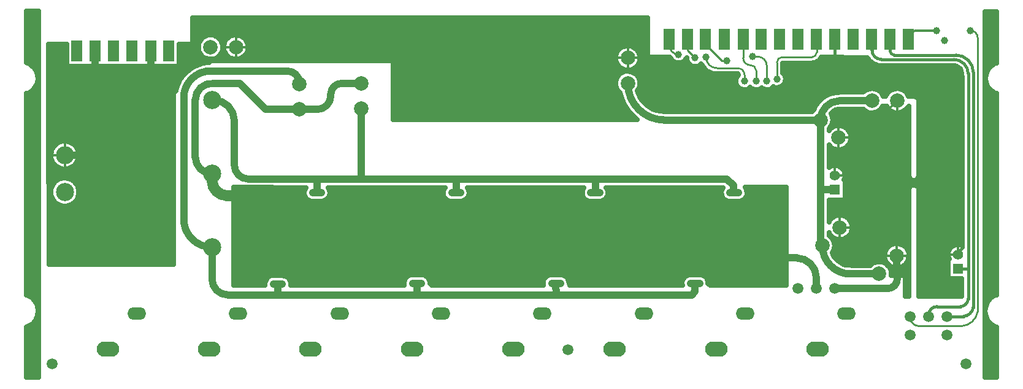
<source format=gbr>
G04 DipTrace 2.4.0.2*
%IN2_Layer_Bottom.gbr*%
%MOIN*%
%ADD10C,0.0098*%
%ADD15C,0.0079*%
%ADD17C,0.0157*%
%ADD18C,0.013*%
%ADD21C,0.0394*%
%ADD23C,0.0591*%
%ADD25C,0.025*%
%ADD28O,0.122X0.0827*%
%ADD29O,0.1024X0.0669*%
%ADD30C,0.0787*%
%ADD34R,0.0551X0.0551*%
%ADD35C,0.0551*%
%ADD39C,0.0591*%
%ADD40R,0.0591X0.1142*%
%ADD54C,0.0984*%
%ADD55C,0.04*%
%FSLAX44Y44*%
G04*
G70*
G90*
G75*
G01*
%LNBottom*%
%LPD*%
X50197Y22283D2*
D15*
Y22622D1*
X50181Y22638D1*
X50197Y22283D2*
D17*
Y22047D1*
G03X50709Y21535I512J0D01*
G01*
X54646D1*
G02X55433Y20748I0J-787D01*
G01*
Y10157D1*
Y8543D1*
G02X55000Y8110I-433J0D01*
G01*
X53740D1*
G03X53287Y7657I0J-453D01*
G01*
Y7579D1*
X54882Y10157D2*
X55433D1*
X42480Y14291D2*
D21*
X42953D1*
X42480D2*
X42677D1*
Y14685D1*
X42323Y15039D1*
X35160D1*
X27620D1*
X22433D1*
X20039D1*
Y14291D1*
X20276D1*
X19803D2*
X20276D1*
X27362D2*
X27620D1*
X27835D1*
X34921D2*
X35160D1*
X35394D1*
X27620D2*
Y15039D1*
X35160Y14291D2*
Y15039D1*
X14331Y19331D2*
X14409D1*
X22433Y18858D2*
Y15039D1*
X14409Y19331D2*
G02X15551Y18189I0J-1142D01*
G01*
Y15787D1*
G03X16299Y15039I748J0D01*
G01*
X20039D1*
X25236Y9370D2*
X25473D1*
X25709D1*
X32795D2*
X33025D1*
X33268D1*
X40354D2*
X40588D1*
X40827D1*
X40588D2*
Y8935D1*
X40394Y8740D1*
X33031D1*
X25473D1*
Y9370D1*
X33025D2*
X33031Y8740D1*
X14331Y11331D2*
Y9606D1*
G03X15197Y8740I866J0D01*
G01*
X17910D1*
X25473D1*
X17677Y9331D2*
X18150D1*
X17677D2*
D18*
X17910D1*
D21*
Y8740D1*
X19134Y20197D2*
X19087D1*
Y20244D1*
G03X18425Y20906I-662J0D01*
G01*
X14291D1*
G03X12795Y19449I-39J-1457D01*
G01*
Y12866D1*
G03X14331Y11331I1535J0D01*
G01*
X18150Y9331D2*
D18*
X17910D1*
X53701Y23110D2*
X52654D1*
G03X52181Y22638I0J-472D01*
G01*
X52287Y7579D2*
D10*
G03X52756Y7047I471J-57D01*
G01*
X55079D1*
G03X55945Y7835I-63J939D01*
G01*
Y22717D1*
G03X55551Y23110I-394J0D01*
G01*
X47181Y22638D2*
X47205Y22614D1*
Y21929D1*
G02X46929Y21654I-276J0D01*
G01*
X45315D1*
G03X45039Y21378I0J-276D01*
G01*
Y20472D1*
X12008Y21654D2*
D18*
Y21992D1*
X11992Y22008D1*
X12008Y21654D2*
Y22205D1*
X9016Y21654D2*
Y21953D1*
X8961Y22008D1*
X51181Y22283D2*
Y22638D1*
Y22283D2*
D17*
Y22008D1*
G03X51417Y21772I236J0D01*
G01*
X54764D1*
G02X55709Y20827I0J-945D01*
G01*
Y8071D1*
G02X55177Y7579I-562J74D01*
G01*
X54287D1*
X43701Y21693D2*
D10*
X43976D1*
G02X44488Y21181I0J-512D01*
G01*
Y20354D1*
X43268D2*
Y20709D1*
G03X42913Y21063I-354J0D01*
G01*
X41772D1*
G02X41181Y21654I0J591D01*
G01*
X49173Y22283D2*
D18*
Y22630D1*
X49181Y22638D1*
X47401Y18246D2*
D21*
Y14449D1*
Y11517D1*
X47502Y11417D1*
X48189Y14449D2*
X47401D1*
Y18246D2*
X38919D1*
G02X36929Y20236I0J1990D01*
G01*
X50197Y19291D2*
X48446D1*
G03X47401Y18246I0J-1045D01*
G01*
X50591Y9882D2*
X49037D1*
G02X47502Y11417I0J1535D01*
G01*
X10000Y21654D2*
D18*
Y21992D1*
X9984Y22008D1*
X7008Y21654D2*
Y21992D1*
X6992Y22008D1*
X43898Y20354D2*
D10*
Y20945D1*
G03X43622Y21220I-276J0D01*
G01*
X43598D1*
G02X43197Y21622I0J402D01*
G01*
Y22638D1*
X42323Y21457D2*
X42047D1*
X41299Y22205D1*
Y22488D1*
X41150Y22638D1*
X40165D2*
Y22039D1*
X40591Y21614D1*
X39181Y22638D2*
Y22315D1*
G03X39685Y21811I504J0D01*
G01*
X16063Y10630D2*
D15*
X17087D1*
X18504Y12047D1*
X18701D1*
X19252D1*
X21024D1*
X23071D1*
X25157D1*
X26260D1*
X26339D1*
X28583D1*
X30669D1*
X32717D1*
X33819D1*
X34370D1*
X36142D1*
X38189D1*
X38228D1*
X40276D1*
X41378D1*
X41457D1*
X43701D1*
X45512D1*
Y10748D1*
X21024Y14488D2*
Y12047D1*
X28583Y14488D2*
Y12047D1*
X36142Y14488D2*
Y12047D1*
X43701Y14488D2*
Y12047D1*
X23071Y10669D2*
D18*
Y12047D1*
X30669Y10669D2*
Y12047D1*
X38228Y10669D2*
Y12047D1*
X15630Y10630D2*
D15*
X16063D1*
X23071Y10669D2*
X23543D1*
X30669D2*
X31142D1*
X38228D2*
X38701D1*
X23110Y12559D2*
D18*
Y12087D1*
X23071Y12047D1*
X30669Y12559D2*
Y12047D1*
X38189Y12559D2*
Y12047D1*
X26339Y9370D2*
Y12047D1*
X26260Y14291D2*
Y12047D1*
X33819Y14291D2*
Y12047D1*
X34370Y9370D2*
Y12047D1*
X41378Y14291D2*
Y12047D1*
X41457Y9370D2*
Y12047D1*
X19252Y9331D2*
Y12047D1*
X18780Y9331D2*
X19252D1*
X17598Y14488D2*
Y12953D1*
X18504Y12047D1*
X25157Y14488D2*
Y12047D1*
X32717Y14488D2*
Y12047D1*
X40276Y14488D2*
Y12047D1*
X18701Y14291D2*
Y13809D1*
Y12047D1*
X14331Y15331D2*
D23*
Y14961D1*
G03X15157Y14134I827J0D01*
G01*
X18376D1*
X18701Y13809D1*
X19087Y18819D2*
D21*
X20039D1*
G03X20787Y19567I0J748D01*
G01*
Y19646D1*
G02X21378Y20236I591J0D01*
G01*
X22433D1*
X19087Y18819D2*
X17244D1*
X15827Y20236D1*
X14409D1*
G03X13425Y19331I-74J-908D01*
G01*
Y16236D1*
G03X14331Y15331I906J0D01*
G01*
X47181Y9094D2*
Y9669D1*
G03X46102Y10748I-1079J0D01*
G01*
X45512D1*
X7992Y21654D2*
D18*
Y21992D1*
X7976Y22008D1*
X7992Y21654D2*
D21*
Y16772D1*
X7559Y16339D1*
X6339D1*
X6331Y16331D1*
X11024Y21654D2*
D18*
Y21992D1*
X11008Y22008D1*
X11024Y21654D2*
D21*
Y20600D1*
Y19016D1*
X8858Y16850D1*
X8071D1*
X7992Y16772D1*
X15630Y22205D2*
D18*
Y22913D1*
X15433Y23110D1*
X13583D1*
X13307Y22835D1*
Y21614D1*
X12362Y20669D1*
X11093D1*
X11024Y20600D1*
X48189Y22283D2*
Y22630D1*
X48181Y22638D1*
X48189Y22283D2*
D17*
Y21614D1*
X48622Y21181D1*
X54606D1*
X55157Y20630D1*
Y11339D1*
X54882Y11063D1*
Y10945D1*
X27618Y19307D2*
D18*
X28602D1*
X29587D1*
X30571D1*
X27618D2*
Y20095D1*
Y20882D1*
Y21669D1*
Y22457D1*
X28602D1*
X29587D1*
X30571D1*
X27618Y21669D2*
X28602D1*
X29587D1*
X30571D1*
X27618Y20882D2*
X28602D1*
X29587D1*
X30571D1*
X27618Y20095D2*
X28602D1*
X29587D1*
X30571D1*
X36929Y21614D2*
X37717D1*
X40394Y18937D1*
X46417D1*
X48189Y20709D1*
Y22283D1*
X51969Y15548D2*
Y14882D1*
X52969D1*
Y15548D1*
X51969D2*
Y14861D1*
Y14173D1*
X51594Y15548D2*
Y14861D1*
Y14173D1*
X51969D1*
X52969Y15548D2*
Y15173D1*
Y14548D1*
Y14173D1*
X51548Y10873D2*
X50741D1*
X49206Y12408D1*
X48459D1*
X48393Y17289D2*
X49282D1*
Y15236D1*
Y14861D1*
Y12408D1*
X48459D1*
X51594Y14861D2*
X49282D1*
X52969Y15548D2*
X53029D1*
X53780Y16299D1*
X48189Y15236D2*
X49282D1*
X51575Y19291D2*
Y15567D1*
X51594Y15548D1*
X48181Y9094D2*
D21*
X51063D1*
G03X51575Y9606I0J512D01*
G01*
X51548Y10873D1*
X48393Y17289D2*
D18*
X49573D1*
X51575Y19291D1*
D21*
X53701Y23110D3*
X55551D3*
X48189Y22992D3*
X49173D3*
X50197D3*
X51181D3*
X48189Y22638D3*
X49173D3*
X50197D3*
X51181D3*
X54134Y22559D3*
X27618Y22457D3*
X28602D3*
X29587D3*
X30571D3*
X7008Y22362D3*
X7992D3*
X9016D3*
X10000D3*
X11024D3*
X12008Y22323D3*
X48189Y22283D3*
X49173D3*
X50197D3*
X51181D3*
X7008Y22008D3*
X7992D3*
X9016D3*
X10000D3*
X11024D3*
X12008Y21969D3*
X39685Y21811D3*
X43701Y21693D3*
X27618Y21669D3*
X28602D3*
X29587D3*
X30571D3*
X7008Y21654D3*
X7992D3*
X9016D3*
X10000D3*
X11024D3*
X12008D3*
X41181D3*
X40591Y21614D3*
X42323Y21457D3*
X27618Y20882D3*
X28602D3*
X29587D3*
X30571D3*
X45039Y20472D3*
X43268Y20354D3*
X43898D3*
X44488D3*
X27618Y20095D3*
X28602D3*
X29587D3*
X30571D3*
X27618Y19307D3*
X28602D3*
X29587D3*
X30571D3*
X53780Y16299D3*
D55*
X51594Y15548D3*
X51969D3*
X52969D3*
Y15173D3*
X51594Y14861D3*
X51969D3*
X52969Y14548D3*
D21*
X17598Y14488D3*
X21024D3*
X25157D3*
X28583D3*
X32717D3*
X36142D3*
X40276D3*
X43701D3*
X18701Y14291D3*
X19173D3*
X19803D3*
X20276D3*
X26260D3*
X26732D3*
X27362D3*
X27835D3*
X33819D3*
X34291D3*
X34921D3*
X35394D3*
X41378D3*
X41850D3*
X42480D3*
X42953D3*
D55*
X51594Y14173D3*
X51969D3*
X52969D3*
D21*
X23110Y12559D3*
X30669D3*
X38189D3*
X45512Y10748D3*
X23071Y10669D3*
X23543D3*
X30669D3*
X31142D3*
X38228D3*
X38701D3*
X15630Y10630D3*
X16063D3*
X25236Y9370D3*
X25709D3*
X26339D3*
X26811D3*
X32795D3*
X33268D3*
X33898D3*
X34370D3*
X40354D3*
X40827D3*
X41457D3*
X41929D3*
X17677Y9331D3*
X18150D3*
X18780D3*
X19252D3*
X56370Y23878D2*
D25*
X56936D1*
X56370Y23630D2*
X56936D1*
X56370Y23381D2*
X56936D1*
X56370Y23132D2*
X56936D1*
X56370Y22884D2*
X56936D1*
X56370Y22635D2*
X56936D1*
X56370Y22386D2*
X56936D1*
X56370Y22137D2*
X56936D1*
X56370Y21889D2*
X56936D1*
X56370Y21640D2*
X56936D1*
X56370Y21391D2*
X56936D1*
X56370Y21143D2*
X56631D1*
X56370Y19899D2*
X56596D1*
X56370Y19651D2*
X56936D1*
X56370Y19402D2*
X56936D1*
X56370Y19153D2*
X56936D1*
X56370Y18905D2*
X56936D1*
X56370Y18656D2*
X56936D1*
X56370Y18407D2*
X56936D1*
X56370Y18158D2*
X56936D1*
X56370Y17910D2*
X56936D1*
X56370Y17661D2*
X56936D1*
X56370Y17412D2*
X56936D1*
X56370Y17164D2*
X56936D1*
X56370Y16915D2*
X56936D1*
X56370Y16666D2*
X56936D1*
X56370Y16418D2*
X56936D1*
X56370Y16169D2*
X56936D1*
X56370Y15920D2*
X56936D1*
X56370Y15672D2*
X56936D1*
X56370Y15423D2*
X56936D1*
X56370Y15174D2*
X56936D1*
X56370Y14926D2*
X56936D1*
X56370Y14677D2*
X56936D1*
X56370Y14428D2*
X56936D1*
X56370Y14179D2*
X56936D1*
X56370Y13931D2*
X56936D1*
X56370Y13682D2*
X56936D1*
X56370Y13433D2*
X56936D1*
X56370Y13185D2*
X56936D1*
X56370Y12936D2*
X56936D1*
X56370Y12687D2*
X56936D1*
X56370Y12439D2*
X56936D1*
X56370Y12190D2*
X56936D1*
X56370Y11941D2*
X56936D1*
X56370Y11693D2*
X56936D1*
X56370Y11444D2*
X56936D1*
X56370Y11195D2*
X56936D1*
X56370Y10947D2*
X56936D1*
X56370Y10698D2*
X56936D1*
X56370Y10449D2*
X56936D1*
X56370Y10200D2*
X56936D1*
X56370Y9952D2*
X56936D1*
X56370Y9703D2*
X56936D1*
X56370Y9454D2*
X56936D1*
X56370Y9206D2*
X56936D1*
X56370Y8957D2*
X56936D1*
X56370Y8708D2*
X56842D1*
X56370Y8460D2*
X56533D1*
X56370Y7216D2*
X56596D1*
X56370Y6968D2*
X56936D1*
X56370Y6719D2*
X56936D1*
X56370Y6470D2*
X56936D1*
X56370Y6221D2*
X56936D1*
X56370Y5973D2*
X56936D1*
X56370Y5724D2*
X56936D1*
X56370Y5475D2*
X56936D1*
X56370Y5227D2*
X56936D1*
X56370Y4978D2*
X56936D1*
X56370Y4729D2*
X56936D1*
X56370Y4481D2*
X56936D1*
X56470Y4279D2*
X56962D1*
Y7001D1*
X56867Y7037D1*
X56703Y7136D1*
X56524Y7322D1*
X56396Y7562D1*
X56351Y7854D1*
X56397Y8169D1*
X56505Y8387D1*
X56649Y8577D1*
X56827Y8691D1*
X56962Y8746D1*
Y19688D1*
X56830Y19733D1*
X56636Y19881D1*
X56522Y20023D1*
X56412Y20253D1*
X56371Y20497D1*
X56413Y20734D1*
X56500Y20970D1*
X56526Y21014D1*
X56671Y21158D1*
X56843Y21297D1*
X56962Y21345D1*
Y24127D1*
X56345D1*
Y4279D1*
X56470D1*
X4284Y23898D2*
X4869D1*
X4284Y23649D2*
X4869D1*
X4284Y23401D2*
X4869D1*
X4284Y23152D2*
X4869D1*
X4284Y22903D2*
X4869D1*
X4284Y22655D2*
X4869D1*
X4284Y22406D2*
X4869D1*
X4284Y22157D2*
X4869D1*
X4284Y21908D2*
X4869D1*
X4284Y21660D2*
X4869D1*
X4284Y21411D2*
X4869D1*
X4594Y21162D2*
X4869D1*
X4782Y20914D2*
X4869D1*
X4649Y19919D2*
X4869D1*
X4284Y19670D2*
X4869D1*
X4284Y19422D2*
X4869D1*
X4284Y19173D2*
X4869D1*
X4284Y18924D2*
X4869D1*
X4284Y18676D2*
X4869D1*
X4284Y18427D2*
X4869D1*
X4284Y18178D2*
X4869D1*
X4284Y17929D2*
X4869D1*
X4284Y17681D2*
X4869D1*
X4284Y17432D2*
X4869D1*
X4284Y17183D2*
X4869D1*
X4284Y16935D2*
X4869D1*
X4284Y16686D2*
X4869D1*
X4284Y16437D2*
X4869D1*
X4284Y16189D2*
X4869D1*
X4284Y15940D2*
X4869D1*
X4284Y15691D2*
X4869D1*
X4284Y15443D2*
X4869D1*
X4284Y15194D2*
X4869D1*
X4284Y14945D2*
X4869D1*
X4284Y14697D2*
X4869D1*
X4284Y14448D2*
X4869D1*
X4284Y14199D2*
X4869D1*
X4284Y13950D2*
X4869D1*
X4284Y13702D2*
X4869D1*
X4284Y13453D2*
X4869D1*
X4284Y13204D2*
X4869D1*
X4284Y12956D2*
X4869D1*
X4284Y12707D2*
X4869D1*
X4284Y12458D2*
X4869D1*
X4284Y12210D2*
X4869D1*
X4284Y11961D2*
X4869D1*
X4284Y11712D2*
X4869D1*
X4284Y11464D2*
X4869D1*
X4284Y11215D2*
X4869D1*
X4284Y10966D2*
X4869D1*
X4284Y10718D2*
X4869D1*
X4284Y10469D2*
X4869D1*
X4284Y10220D2*
X4869D1*
X4284Y9971D2*
X4869D1*
X4284Y9723D2*
X4869D1*
X4284Y9474D2*
X4869D1*
X4284Y9225D2*
X4869D1*
X4284Y8977D2*
X4869D1*
X4329Y8728D2*
X4869D1*
X4676Y8479D2*
X4869D1*
X4673Y7236D2*
X4869D1*
X4284Y6987D2*
X4869D1*
X4284Y6739D2*
X4869D1*
X4284Y6490D2*
X4869D1*
X4284Y6241D2*
X4869D1*
X4284Y5992D2*
X4869D1*
X4284Y5744D2*
X4869D1*
X4284Y5495D2*
X4869D1*
X4284Y5246D2*
X4869D1*
X4284Y4998D2*
X4869D1*
X4284Y4749D2*
X4869D1*
X4284Y4500D2*
X4869D1*
X4384Y4259D2*
X4895D1*
Y24147D1*
X4259D1*
Y21356D1*
X4415Y21288D1*
X4667Y21079D1*
X4803Y20829D1*
X4866Y20513D1*
Y20464D1*
X4799Y20185D1*
X4647Y19945D1*
X4498Y19794D1*
X4347Y19711D1*
X4259Y19686D1*
Y8740D1*
X4358Y8708D1*
X4537Y8592D1*
X4718Y8402D1*
X4828Y8167D1*
X4869Y7863D1*
X4843Y7618D1*
X4750Y7353D1*
X4583Y7164D1*
X4377Y7049D1*
X4259Y7002D1*
Y4259D1*
X4384D1*
X15544Y14351D2*
X19320D1*
X20757D2*
X26878D1*
X28319D2*
X34437D1*
X35878D2*
X41996D1*
X43436D2*
X45519D1*
X15544Y14102D2*
X19359D1*
X20721D2*
X26918D1*
X28280D2*
X34476D1*
X35839D2*
X42035D1*
X43397D2*
X45519D1*
X15544Y13853D2*
X19632D1*
X20448D2*
X27191D1*
X28007D2*
X34750D1*
X35565D2*
X42308D1*
X43124D2*
X45519D1*
X15544Y13605D2*
X45519D1*
X15544Y13356D2*
X45519D1*
X15544Y13107D2*
X45519D1*
X15544Y12859D2*
X45519D1*
X15544Y12610D2*
X45519D1*
X15544Y12361D2*
X45519D1*
X15544Y12113D2*
X45519D1*
X15544Y11864D2*
X45519D1*
X15544Y11615D2*
X45519D1*
X15544Y11366D2*
X45519D1*
X15544Y11118D2*
X45519D1*
X15544Y10869D2*
X45519D1*
X15544Y10620D2*
X45519D1*
X15544Y10372D2*
X45519D1*
X15544Y10123D2*
X45519D1*
X15544Y9874D2*
X45519D1*
X15544Y9626D2*
X17296D1*
X18530D2*
X24828D1*
X26120D2*
X32386D1*
X33678D2*
X39945D1*
X41237D2*
X45519D1*
X15544Y9377D2*
X17191D1*
X18635D2*
X24750D1*
X26194D2*
X32308D1*
X33753D2*
X39867D1*
X41315D2*
X45519D1*
X25361Y9832D2*
X25709D1*
X25832Y9815D1*
X25947Y9766D1*
X26044Y9688D1*
X26117Y9587D1*
X26160Y9470D1*
X26170Y9370D1*
X26269Y9259D1*
X32351D1*
X32334Y9395D1*
X32358Y9517D1*
X32413Y9629D1*
X32496Y9722D1*
X32601Y9789D1*
X32720Y9826D1*
X33025Y9832D1*
X33268D1*
X33391Y9815D1*
X33506Y9766D1*
X33603Y9688D1*
X33676Y9587D1*
X33719Y9470D1*
X33729Y9370D1*
X33769Y9259D1*
X39905D1*
X39893Y9395D1*
X39917Y9517D1*
X39972Y9629D1*
X40055Y9722D1*
X40160Y9789D1*
X40279Y9826D1*
X40588Y9832D1*
X40827D1*
X40950Y9815D1*
X41065Y9766D1*
X41162Y9688D1*
X41235Y9587D1*
X41278Y9470D1*
X41289Y9370D1*
X41394Y9259D1*
X45544D1*
Y14599D1*
X43298D1*
X43334Y14552D1*
X43390Y14440D1*
X43415Y14291D1*
X43398Y14168D1*
X43348Y14053D1*
X43270Y13956D1*
X43169Y13883D1*
X43028Y13836D1*
X42703Y13830D1*
X42480D1*
X42357Y13846D1*
X42242Y13896D1*
X42145Y13974D1*
X42072Y14075D1*
X42029Y14192D1*
X42019Y14316D1*
X42043Y14438D1*
X42112Y14570D1*
X42073Y14578D1*
X35756D1*
X35831Y14440D1*
X35855Y14291D1*
X35839Y14168D1*
X35789Y14053D1*
X35711Y13956D1*
X35610Y13883D1*
X35469Y13836D1*
X35160Y13830D1*
X34921D1*
X34798Y13846D1*
X34683Y13896D1*
X34586Y13974D1*
X34513Y14075D1*
X34470Y14192D1*
X34460Y14316D1*
X34484Y14438D1*
X34556Y14573D1*
X34285Y14578D1*
X28195D1*
X28272Y14440D1*
X28296Y14291D1*
X28280Y14168D1*
X28230Y14053D1*
X28152Y13956D1*
X28051Y13883D1*
X27910Y13836D1*
X27620Y13830D1*
X27362D1*
X27239Y13846D1*
X27124Y13896D1*
X27027Y13974D1*
X26954Y14075D1*
X26911Y14192D1*
X26901Y14316D1*
X26924Y14438D1*
X26997Y14573D1*
X26870Y14578D1*
X20640D1*
X20713Y14440D1*
X20737Y14291D1*
X20721Y14168D1*
X20671Y14053D1*
X20593Y13956D1*
X20492Y13883D1*
X20351Y13836D1*
X20026Y13830D1*
X19803D1*
X19680Y13846D1*
X19565Y13896D1*
X19468Y13974D1*
X19395Y14075D1*
X19352Y14192D1*
X19342Y14316D1*
X19365Y14438D1*
X19438Y14573D1*
X19164Y14578D1*
X16204Y14583D1*
X16077Y14600D1*
X15519Y14599D1*
Y9259D1*
X17218D1*
X17216Y9355D1*
X17239Y9478D1*
X17295Y9589D1*
X17378Y9682D1*
X17483Y9750D1*
X17602Y9786D1*
X17927Y9792D1*
X18150D1*
X18273Y9776D1*
X18388Y9726D1*
X18485Y9648D1*
X18557Y9547D1*
X18601Y9430D1*
X18611Y9331D1*
X18609Y9259D1*
X24788D1*
X24775Y9395D1*
X24798Y9517D1*
X24854Y9629D1*
X24937Y9722D1*
X25042Y9789D1*
X25161Y9826D1*
X25361Y9832D1*
X13299Y23563D2*
X37999D1*
X13299Y23315D2*
X37999D1*
X13299Y23066D2*
X37999D1*
X13299Y22817D2*
X13987D1*
X14518D2*
X15362D1*
X15897D2*
X37999D1*
X13299Y22569D2*
X13679D1*
X14826D2*
X15058D1*
X16205D2*
X37999D1*
X5467Y22320D2*
X6405D1*
X12576D2*
X13577D1*
X16303D2*
X37999D1*
X5467Y22071D2*
X6405D1*
X12576D2*
X13581D1*
X16299D2*
X36429D1*
X37428D2*
X37999D1*
X5467Y21823D2*
X6405D1*
X12576D2*
X13690D1*
X14815D2*
X15069D1*
X16190D2*
X36280D1*
X37580D2*
X37999D1*
X5467Y21574D2*
X6405D1*
X12576D2*
X14038D1*
X14467D2*
X15417D1*
X15842D2*
X36245D1*
X37611D2*
X39265D1*
X47424D2*
X49972D1*
X5467Y21325D2*
X6405D1*
X12576D2*
X13835D1*
X24205D2*
X36311D1*
X37545D2*
X40206D1*
X45377D2*
X50226D1*
X5471Y21076D2*
X13218D1*
X24205D2*
X36522D1*
X37334D2*
X41050D1*
X45377D2*
X54917D1*
X5471Y20828D2*
X12893D1*
X24205D2*
X36616D1*
X37244D2*
X41378D1*
X45377D2*
X55058D1*
X5471Y20579D2*
X12679D1*
X24205D2*
X36343D1*
X37518D2*
X42839D1*
X45514D2*
X55065D1*
X5471Y20330D2*
X12526D1*
X24205D2*
X36253D1*
X37608D2*
X42780D1*
X45502D2*
X55065D1*
X5471Y20082D2*
X12421D1*
X24205D2*
X36265D1*
X37596D2*
X42870D1*
X45311D2*
X55065D1*
X5475Y19833D2*
X12351D1*
X24205D2*
X36382D1*
X37475D2*
X49796D1*
X50596D2*
X51175D1*
X51975D2*
X55065D1*
X5475Y19584D2*
X12214D1*
X24205D2*
X36534D1*
X37565D2*
X47733D1*
X50811D2*
X50960D1*
X52190D2*
X55065D1*
X5475Y19336D2*
X12214D1*
X24205D2*
X36616D1*
X37713D2*
X47382D1*
X52760D2*
X55065D1*
X5475Y19087D2*
X12214D1*
X24205D2*
X36729D1*
X37940D2*
X47175D1*
X52776D2*
X55065D1*
X5475Y18838D2*
X12214D1*
X24205D2*
X36882D1*
X38330D2*
X47038D1*
X50701D2*
X51073D1*
X52076D2*
X52186D1*
X52776D2*
X55065D1*
X5479Y18590D2*
X12214D1*
X24205D2*
X37081D1*
X48002D2*
X52186D1*
X52776D2*
X55065D1*
X5479Y18341D2*
X12214D1*
X24205D2*
X37339D1*
X48076D2*
X52186D1*
X52776D2*
X55065D1*
X5479Y18092D2*
X12214D1*
X48068D2*
X52186D1*
X52776D2*
X55065D1*
X5479Y17844D2*
X12214D1*
X48772D2*
X52186D1*
X52776D2*
X55065D1*
X5483Y17595D2*
X12214D1*
X49002D2*
X52186D1*
X52776D2*
X55065D1*
X5483Y17346D2*
X12214D1*
X49072D2*
X52186D1*
X52776D2*
X55065D1*
X5483Y17097D2*
X12214D1*
X49049D2*
X52186D1*
X52776D2*
X55065D1*
X5483Y16849D2*
X5753D1*
X6908D2*
X12214D1*
X48908D2*
X52186D1*
X52776D2*
X55065D1*
X5483Y16600D2*
X5596D1*
X7065D2*
X12214D1*
X47889D2*
X52186D1*
X52776D2*
X55065D1*
X7111Y16351D2*
X12214D1*
X47889D2*
X52186D1*
X52776D2*
X55065D1*
X5486Y16103D2*
X5583D1*
X7076D2*
X12214D1*
X47889D2*
X52186D1*
X52776D2*
X55065D1*
X5486Y15854D2*
X5718D1*
X6943D2*
X12214D1*
X47889D2*
X52186D1*
X52776D2*
X55065D1*
X5486Y15605D2*
X6089D1*
X6572D2*
X12214D1*
X48608D2*
X52186D1*
X52776D2*
X55065D1*
X5486Y15357D2*
X12214D1*
X48740D2*
X52186D1*
X52776D2*
X55065D1*
X5490Y15108D2*
X12214D1*
X48740D2*
X52218D1*
X52740D2*
X55065D1*
X5490Y14859D2*
X5765D1*
X6897D2*
X12214D1*
X48756D2*
X55065D1*
X5490Y14611D2*
X5605D1*
X7061D2*
X12214D1*
X48756D2*
X52241D1*
X52721D2*
X55065D1*
X7111Y14362D2*
X12214D1*
X48756D2*
X52186D1*
X52776D2*
X55065D1*
X5490Y14113D2*
X5577D1*
X7080D2*
X12214D1*
X48756D2*
X52186D1*
X52776D2*
X55065D1*
X5494Y13865D2*
X5710D1*
X6951D2*
X12214D1*
X47889D2*
X52186D1*
X52776D2*
X55065D1*
X5494Y13616D2*
X6058D1*
X6604D2*
X12214D1*
X47889D2*
X52186D1*
X52776D2*
X55065D1*
X5494Y13367D2*
X12214D1*
X47889D2*
X52186D1*
X52776D2*
X55065D1*
X5494Y13118D2*
X12214D1*
X47889D2*
X52186D1*
X52776D2*
X55065D1*
X5494Y12870D2*
X12214D1*
X48955D2*
X52186D1*
X52776D2*
X55065D1*
X5498Y12621D2*
X12214D1*
X49108D2*
X52186D1*
X52776D2*
X55065D1*
X5498Y12372D2*
X12214D1*
X49143D2*
X52186D1*
X52776D2*
X55065D1*
X5498Y12124D2*
X12214D1*
X49076D2*
X52186D1*
X52776D2*
X55065D1*
X5498Y11875D2*
X12214D1*
X48869D2*
X52186D1*
X52776D2*
X55065D1*
X5498Y11626D2*
X12214D1*
X48151D2*
X52186D1*
X52776D2*
X55065D1*
X5502Y11378D2*
X12214D1*
X48186D2*
X51101D1*
X51994D2*
X52186D1*
X52776D2*
X54534D1*
X5502Y11129D2*
X12214D1*
X48119D2*
X50917D1*
X52776D2*
X54351D1*
X5502Y10880D2*
X12214D1*
X48135D2*
X50866D1*
X52776D2*
X54319D1*
X5502Y10632D2*
X12214D1*
X48334D2*
X50909D1*
X52776D2*
X54315D1*
X48783Y10383D2*
X50140D1*
X52014D2*
X52186D1*
X52776D2*
X54315D1*
X51225Y10134D2*
X52186D1*
X52776D2*
X54315D1*
X51276Y9885D2*
X52186D1*
X52776D2*
X54315D1*
X52041Y9637D2*
X52186D1*
X52776D2*
X54315D1*
X52041Y9388D2*
X52186D1*
X52776D2*
X55065D1*
X52041Y9139D2*
X52186D1*
X52776D2*
X55065D1*
X52041Y8891D2*
X52186D1*
X52776D2*
X55065D1*
X14899Y22080D2*
X14864Y21961D1*
X14807Y21850D1*
X14730Y21751D1*
X14636Y21669D1*
X14528Y21607D1*
X14410Y21565D1*
X14287Y21547D1*
X14162Y21552D1*
X14040Y21581D1*
X13926Y21632D1*
X13824Y21704D1*
X13737Y21794D1*
X13669Y21898D1*
X13622Y22013D1*
X13597Y22136D1*
X13596Y22261D1*
X13618Y22383D1*
X13663Y22500D1*
X13729Y22606D1*
X13814Y22697D1*
X13915Y22771D1*
X14028Y22824D1*
X14149Y22855D1*
X14273Y22863D1*
X14397Y22847D1*
X14516Y22808D1*
X14625Y22748D1*
X14721Y22668D1*
X14799Y22571D1*
X14859Y22461D1*
X14896Y22342D1*
X14911Y22205D1*
X14899Y22080D1*
X16288Y22180D2*
X16272Y22056D1*
X16232Y21938D1*
X16171Y21829D1*
X16090Y21734D1*
X15993Y21655D1*
X15883Y21597D1*
X15764Y21560D1*
X15639Y21546D1*
X15515Y21556D1*
X15395Y21590D1*
X15283Y21645D1*
X15184Y21720D1*
X15100Y21813D1*
X15036Y21920D1*
X14993Y22037D1*
X14973Y22161D1*
X14976Y22285D1*
X15003Y22407D1*
X15053Y22522D1*
X15123Y22625D1*
X15211Y22713D1*
X15315Y22783D1*
X15429Y22832D1*
X15551Y22859D1*
X15676Y22862D1*
X15799Y22841D1*
X15916Y22798D1*
X16023Y22733D1*
X16116Y22649D1*
X16191Y22550D1*
X16246Y22438D1*
X16279Y22317D1*
X16288Y22180D1*
X37576Y20112D2*
X37541Y19992D1*
X37484Y19881D1*
X37448Y19835D1*
X37509Y19649D1*
X37624Y19428D1*
X37740Y19265D1*
X37915Y19087D1*
X38073Y18964D1*
X38291Y18845D1*
X38478Y18773D1*
X38722Y18723D1*
X38935Y18708D1*
X46931D1*
X47042Y18796D1*
X47157Y19025D1*
X47270Y19187D1*
X47403Y19332D1*
X47554Y19459D1*
X47720Y19565D1*
X47898Y19649D1*
X48086Y19709D1*
X48280Y19743D1*
X48571Y19753D1*
X49724D1*
X49860Y19857D1*
X49973Y19911D1*
X50094Y19942D1*
X50218Y19950D1*
X50342Y19934D1*
X50461Y19895D1*
X50570Y19834D1*
X50665Y19754D1*
X50744Y19657D1*
X50812Y19522D1*
X50954Y19521D1*
X51052Y19692D1*
X51137Y19784D1*
X51238Y19857D1*
X51351Y19911D1*
X51472Y19942D1*
X51596Y19950D1*
X51720Y19934D1*
X51839Y19895D1*
X51948Y19834D1*
X52043Y19754D1*
X52122Y19657D1*
X52190Y19522D1*
X52480Y19521D1*
X52601Y19492D1*
X52696Y19413D1*
X52745Y19295D1*
X52749Y19002D1*
Y15236D1*
X52720Y15116D1*
X52641Y15021D1*
X52527Y14972D1*
X52403Y14979D1*
X52296Y15041D1*
X52228Y15144D1*
X52212Y15236D1*
Y18982D1*
X52130Y18936D1*
X52053Y18838D1*
X51958Y18756D1*
X51851Y18693D1*
X51733Y18652D1*
X51609Y18634D1*
X51485Y18639D1*
X51363Y18668D1*
X51249Y18719D1*
X51147Y18790D1*
X51060Y18880D1*
X50994Y18981D1*
X50781Y18983D1*
X50675Y18838D1*
X50581Y18756D1*
X50473Y18693D1*
X50355Y18652D1*
X50231Y18634D1*
X50107Y18639D1*
X49985Y18668D1*
X49871Y18719D1*
X49769Y18790D1*
X49729Y18832D1*
X48947Y18830D1*
X48370Y18824D1*
X48223Y18784D1*
X48092Y18708D1*
X47984Y18601D1*
X48046Y18384D1*
X48060Y18246D1*
X48048Y18122D1*
X48013Y18002D1*
X47956Y17891D1*
X47864Y17780D1*
X47863Y17680D1*
X47937Y17764D1*
X48034Y17842D1*
X48145Y17899D1*
X48265Y17935D1*
X48389Y17948D1*
X48513Y17937D1*
X48633Y17902D1*
X48745Y17846D1*
X48843Y17769D1*
X48926Y17676D1*
X48989Y17568D1*
X49031Y17451D1*
X49050Y17327D1*
X49044Y17190D1*
X49013Y17068D1*
X48960Y16955D1*
X48887Y16854D1*
X48796Y16769D1*
X48691Y16702D1*
X48575Y16656D1*
X48452Y16633D1*
X48327Y16634D1*
X48205Y16658D1*
X48089Y16705D1*
X47984Y16772D1*
X47894Y16859D1*
X47863Y16897D1*
X47865Y15669D1*
X47973Y15732D1*
X48092Y15768D1*
X48217Y15776D1*
X48340Y15755D1*
X48455Y15707D1*
X48556Y15633D1*
X48637Y15539D1*
X48694Y15428D1*
X48725Y15307D1*
X48727Y15186D1*
X48701Y15064D1*
X48669Y14989D1*
X48729D1*
Y13908D1*
X47866D1*
X47863Y12824D1*
Y12687D1*
X47921Y12789D1*
X48003Y12884D1*
X48101Y12961D1*
X48211Y13019D1*
X48331Y13054D1*
X48455Y13067D1*
X48580Y13056D1*
X48700Y13021D1*
X48811Y12965D1*
X48910Y12889D1*
X48992Y12795D1*
X49055Y12688D1*
X49097Y12570D1*
X49116Y12447D1*
X49110Y12309D1*
X49079Y12188D1*
X49027Y12075D1*
X48954Y11974D1*
X48863Y11888D1*
X48757Y11821D1*
X48641Y11775D1*
X48518Y11752D1*
X48394Y11753D1*
X48271Y11777D1*
X48155Y11824D1*
X48051Y11892D1*
X47960Y11978D1*
X47888Y12080D1*
X47863Y12127D1*
Y11968D1*
X47970Y11880D1*
X48049Y11783D1*
X48108Y11673D1*
X48146Y11554D1*
X48160Y11417D1*
X48149Y11293D1*
X48113Y11173D1*
X48035Y11034D1*
X48088Y10916D1*
X48156Y10805D1*
X48236Y10704D1*
X48328Y10612D1*
X48430Y10533D1*
X48541Y10466D1*
X48659Y10413D1*
X48783Y10375D1*
X48910Y10352D1*
X49162Y10344D1*
X50119D1*
X50254Y10448D1*
X50366Y10501D1*
X50487Y10532D1*
X50612Y10540D1*
X50736Y10524D1*
X50854Y10485D1*
X50963Y10425D1*
X51059Y10345D1*
X51138Y10248D1*
X51197Y10138D1*
X51235Y10019D1*
X51249Y9882D1*
X51242Y9808D1*
X51890Y9810D1*
X51995Y9749D1*
X52015Y9685D1*
Y8668D1*
X52212D1*
Y14449D1*
X52240Y14569D1*
X52320Y14664D1*
X52433Y14713D1*
X52557Y14706D1*
X52664Y14644D1*
X52733Y14541D1*
X52749Y14449D1*
Y8671D1*
X53265Y8668D1*
X55089D1*
Y9618D1*
X54341Y9617D1*
Y10698D1*
X54400D1*
X54355Y10823D1*
X54341Y10947D1*
X54356Y11071D1*
X54399Y11188D1*
X54468Y11292D1*
X54558Y11378D1*
X54666Y11440D1*
X54785Y11477D1*
X54910Y11485D1*
X55033Y11464D1*
X55089Y11444D1*
X55085Y20806D1*
X55055Y20918D1*
X54997Y21018D1*
X54915Y21099D1*
X54815Y21157D1*
X54703Y21187D1*
X54271Y21192D1*
X50619Y21197D1*
X50466Y21227D1*
X50321Y21286D1*
X50206Y21355D1*
X50088Y21459D1*
X49992Y21582D1*
X49954Y21646D1*
X47447Y21647D1*
X47379Y21549D1*
X47304Y21474D1*
X47221Y21417D1*
X47136Y21377D1*
X47026Y21348D1*
X46929Y21339D1*
X45354D1*
Y20812D1*
X45421Y20733D1*
X45477Y20621D1*
X45501Y20472D1*
X45484Y20349D1*
X45435Y20234D1*
X45357Y20137D1*
X45256Y20065D1*
X45139Y20022D1*
X45015Y20011D1*
X44892Y20035D1*
X44840Y20061D1*
X44806Y20019D1*
X44705Y19946D1*
X44588Y19903D1*
X44464Y19893D1*
X44341Y19917D1*
X44229Y19972D1*
X44198Y20000D1*
X44114Y19946D1*
X43997Y19903D1*
X43873Y19893D1*
X43751Y19917D1*
X43639Y19972D1*
X43584Y20021D1*
X43484Y19946D1*
X43367Y19903D1*
X43243Y19893D1*
X43121Y19917D1*
X43009Y19972D1*
X42916Y20055D1*
X42849Y20160D1*
X42812Y20279D1*
X42809Y20404D1*
X42838Y20525D1*
X42900Y20633D1*
X42952Y20686D1*
X42901Y20749D1*
X41700Y20753D1*
X41556Y20775D1*
X41407Y20826D1*
X41259Y20910D1*
X41146Y21001D1*
X41042Y21120D1*
X40966Y21244D1*
X40908Y21284D1*
X40807Y21206D1*
X40690Y21163D1*
X40566Y21153D1*
X40444Y21176D1*
X40332Y21232D1*
X40239Y21315D1*
X40172Y21420D1*
X40135Y21539D1*
X40132Y21628D1*
X40003Y21476D1*
X39902Y21403D1*
X39785Y21360D1*
X39660Y21350D1*
X39538Y21373D1*
X39426Y21429D1*
X39333Y21512D1*
X39259Y21617D1*
X39215Y21647D1*
X38150D1*
X38044Y21708D1*
X38025Y21772D1*
Y23812D1*
X13275D1*
Y22480D1*
X13213Y22375D1*
X13150Y22355D1*
X12552D1*
Y21172D1*
X11432Y21176D1*
X11443Y21172D1*
X9424Y21176D1*
X9021Y21172D1*
X8400Y21176D1*
X8412Y21172D1*
X6432D1*
Y22356D1*
X5443Y22355D1*
X5450Y19231D1*
X5479Y10401D1*
X12237D1*
X12239Y19649D1*
X12268Y19728D1*
X12373Y19819D1*
X12410Y19983D1*
X12498Y20223D1*
X12616Y20449D1*
X12763Y20657D1*
X12937Y20844D1*
X13133Y21007D1*
X13350Y21141D1*
X13583Y21246D1*
X13827Y21319D1*
X14079Y21359D1*
X14169Y21363D1*
X14253Y21434D1*
X14331Y21464D1*
X24055D1*
X24161Y21402D1*
X24180Y21339D1*
Y18275D1*
X37450D1*
X37347Y18356D1*
X37170Y18519D1*
X37010Y18699D1*
X36868Y18893D1*
X36747Y19101D1*
X36646Y19319D1*
X36567Y19546D1*
X36524Y19717D1*
X36415Y19825D1*
X36346Y19929D1*
X36299Y20045D1*
X36274Y20167D1*
X36273Y20292D1*
X36295Y20415D1*
X36340Y20531D1*
X36406Y20637D1*
X36491Y20728D1*
X36592Y20802D1*
X36705Y20856D1*
X36826Y20887D1*
X36950Y20894D1*
X37074Y20879D1*
X37193Y20840D1*
X37302Y20779D1*
X37398Y20699D1*
X37477Y20602D1*
X37536Y20493D1*
X37573Y20373D1*
X37588Y20236D1*
X37576Y20112D1*
X37587Y21589D2*
X37571Y21465D1*
X37531Y21347D1*
X37470Y21238D1*
X37389Y21143D1*
X37292Y21065D1*
X37182Y21006D1*
X37063Y20969D1*
X36939Y20956D1*
X36814Y20966D1*
X36694Y20999D1*
X36582Y21054D1*
X36483Y21130D1*
X36399Y21223D1*
X36335Y21330D1*
X36292Y21447D1*
X36272Y21570D1*
X36275Y21695D1*
X36302Y21817D1*
X36352Y21931D1*
X36422Y22035D1*
X36510Y22123D1*
X36614Y22192D1*
X36729Y22242D1*
X36851Y22268D1*
X36975Y22271D1*
X37099Y22251D1*
X37216Y22207D1*
X37322Y22143D1*
X37415Y22059D1*
X37490Y21959D1*
X37545Y21847D1*
X37578Y21727D1*
X37587Y21589D1*
X52206Y10848D2*
X52189Y10724D1*
X52150Y10606D1*
X52089Y10497D1*
X52008Y10402D1*
X51911Y10324D1*
X51801Y10265D1*
X51681Y10228D1*
X51557Y10215D1*
X51433Y10225D1*
X51313Y10258D1*
X51201Y10313D1*
X51101Y10389D1*
X51018Y10482D1*
X50954Y10589D1*
X50911Y10706D1*
X50891Y10829D1*
X50894Y10954D1*
X50921Y11076D1*
X50971Y11190D1*
X51041Y11293D1*
X51129Y11382D1*
X51233Y11451D1*
X51347Y11500D1*
X51469Y11527D1*
X51594Y11530D1*
X51717Y11510D1*
X51834Y11466D1*
X51941Y11402D1*
X52034Y11318D1*
X52109Y11218D1*
X52164Y11106D1*
X52197Y10986D1*
X52206Y10848D1*
X7087Y16306D2*
X7068Y16157D1*
X7019Y16016D1*
X6944Y15886D1*
X6844Y15774D1*
X6725Y15684D1*
X6590Y15619D1*
X6444Y15582D1*
X6295Y15575D1*
X6147Y15596D1*
X6006Y15647D1*
X5878Y15724D1*
X5767Y15825D1*
X5679Y15946D1*
X5616Y16082D1*
X5581Y16228D1*
X5575Y16377D1*
X5599Y16525D1*
X5652Y16665D1*
X5731Y16793D1*
X5833Y16902D1*
X5956Y16988D1*
X6092Y17049D1*
X6238Y17082D1*
X6388Y17086D1*
X6536Y17059D1*
X6675Y17005D1*
X6801Y16924D1*
X6909Y16820D1*
X6994Y16696D1*
X7053Y16559D1*
X7083Y16412D1*
X7087Y16306D1*
X7077Y14206D2*
X7047Y14085D1*
X6997Y13971D1*
X6929Y13866D1*
X6844Y13774D1*
X6746Y13698D1*
X6636Y13638D1*
X6518Y13597D1*
X6395Y13576D1*
X6270D1*
X6147Y13596D1*
X6029Y13637D1*
X5919Y13696D1*
X5820Y13772D1*
X5735Y13864D1*
X5666Y13968D1*
X5616Y14082D1*
X5585Y14203D1*
X5574Y14327D1*
X5583Y14452D1*
X5613Y14573D1*
X5663Y14688D1*
X5731Y14793D1*
X5815Y14885D1*
X5913Y14962D1*
X6022Y15022D1*
X6140Y15063D1*
X6263Y15085D1*
X6388Y15086D1*
X6511Y15066D1*
X6630Y15026D1*
X6740Y14968D1*
X6839Y14892D1*
X6924Y14800D1*
X6994Y14696D1*
X7045Y14582D1*
X7076Y14462D1*
X7088Y14331D1*
X7077Y14206D1*
X15630Y22863D2*
D18*
Y21547D1*
X14972Y22205D2*
X16288D1*
X36929Y22272D2*
Y20956D1*
X36271Y21614D2*
X37587D1*
X48393Y17947D2*
Y16631D1*
Y17289D2*
X49051D1*
X48189Y15776D2*
Y15236D1*
X48729D1*
X48459Y13067D2*
Y11750D1*
Y12408D2*
X49117D1*
X51548Y11531D2*
Y10215D1*
X50890Y10873D2*
X52206D1*
X54882Y11485D2*
Y10945D1*
X54342D2*
X54882D1*
X11008Y22008D2*
Y21173D1*
X7976Y22008D2*
Y21173D1*
X6331Y17087D2*
Y15574D1*
X5574Y16331D2*
X7087D1*
D28*
X14173Y5787D3*
D29*
X15748Y7717D3*
X10236D3*
D28*
X8661Y5787D3*
X25197D3*
D29*
X26772Y7717D3*
X21260D3*
D28*
X19685Y5787D3*
X36220D3*
D29*
X37795Y7717D3*
X32283D3*
D28*
X30709Y5787D3*
X47244D3*
D29*
X48819Y7717D3*
X43307D3*
D28*
X41732Y5787D3*
D30*
X14252Y22205D3*
X15630D3*
X36929Y20236D3*
Y21614D3*
X22433Y20236D3*
Y18858D3*
X19087Y20197D3*
Y18819D3*
X50197Y19291D3*
X51575D3*
X47401Y18246D3*
X48393Y17289D3*
D34*
X48189Y14449D3*
D35*
Y15236D3*
D30*
X47502Y11417D3*
X48459Y12408D3*
X50591Y9882D3*
X51548Y10873D3*
D34*
X54882Y10157D3*
D35*
Y10945D3*
D39*
X46181Y9094D3*
X47181D3*
X48181D3*
X33661Y5748D3*
X5630Y5000D3*
X55315D3*
D40*
X52181Y22638D3*
X51181D3*
X50181D3*
X49181D3*
X48181D3*
X47181D3*
X46181D3*
X45181D3*
X44181D3*
X43197D3*
X42173D3*
X41150D3*
X40165D3*
X39181D3*
X11992Y22008D3*
X11008D3*
X9984D3*
X8961D3*
X7976D3*
X6992D3*
D54*
X14331Y19331D3*
Y15331D3*
Y11331D3*
X6331Y16331D3*
Y14331D3*
D23*
X52287Y7579D3*
X53287D3*
X54287D3*
X52287Y6547D3*
X54287D3*
M02*

</source>
